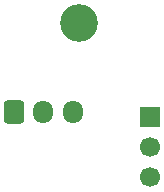
<source format=gbr>
%TF.GenerationSoftware,KiCad,Pcbnew,9.0.1*%
%TF.CreationDate,2025-09-26T21:22:19-04:00*%
%TF.ProjectId,TEMP-HUM-Sensor,54454d50-2d48-4554-9d2d-53656e736f72,rev?*%
%TF.SameCoordinates,Original*%
%TF.FileFunction,Soldermask,Top*%
%TF.FilePolarity,Negative*%
%FSLAX46Y46*%
G04 Gerber Fmt 4.6, Leading zero omitted, Abs format (unit mm)*
G04 Created by KiCad (PCBNEW 9.0.1) date 2025-09-26 21:22:19*
%MOMM*%
%LPD*%
G01*
G04 APERTURE LIST*
G04 Aperture macros list*
%AMRoundRect*
0 Rectangle with rounded corners*
0 $1 Rounding radius*
0 $2 $3 $4 $5 $6 $7 $8 $9 X,Y pos of 4 corners*
0 Add a 4 corners polygon primitive as box body*
4,1,4,$2,$3,$4,$5,$6,$7,$8,$9,$2,$3,0*
0 Add four circle primitives for the rounded corners*
1,1,$1+$1,$2,$3*
1,1,$1+$1,$4,$5*
1,1,$1+$1,$6,$7*
1,1,$1+$1,$8,$9*
0 Add four rect primitives between the rounded corners*
20,1,$1+$1,$2,$3,$4,$5,0*
20,1,$1+$1,$4,$5,$6,$7,0*
20,1,$1+$1,$6,$7,$8,$9,0*
20,1,$1+$1,$8,$9,$2,$3,0*%
G04 Aperture macros list end*
%ADD10C,3.200000*%
%ADD11R,1.700000X1.700000*%
%ADD12C,1.700000*%
%ADD13RoundRect,0.250000X-0.600000X-0.725000X0.600000X-0.725000X0.600000X0.725000X-0.600000X0.725000X0*%
%ADD14O,1.700000X1.950000*%
G04 APERTURE END LIST*
D10*
%TO.C,H1*%
X104000000Y-63500000D03*
%TD*%
D11*
%TO.C,J1*%
X110025000Y-71475000D03*
D12*
X110025000Y-74015000D03*
X110025000Y-76555000D03*
%TD*%
D13*
%TO.C,J2*%
X98500000Y-71055000D03*
D14*
X101000000Y-71055000D03*
X103500000Y-71055000D03*
%TD*%
M02*

</source>
